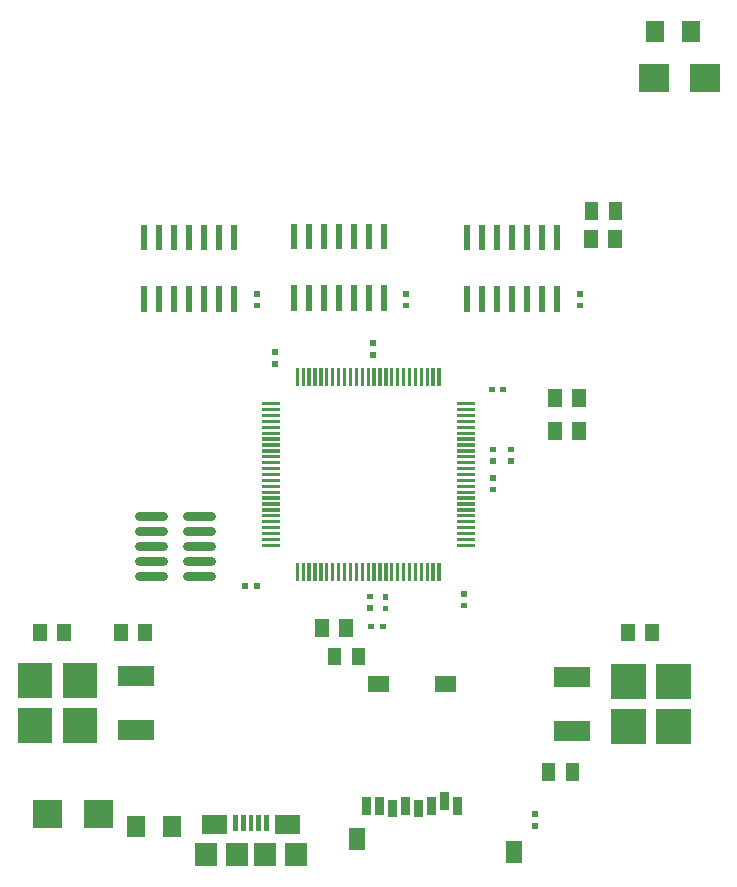
<source format=gtp>
G04 start of page 15 for group -4015 idx -4015 *
G04 Title: (unknown), toppaste *
G04 Creator: pcb 20110918 *
G04 CreationDate: Wed 26 Feb 2014 10:51:57 GMT UTC *
G04 For: michael *
G04 Format: Gerber/RS-274X *
G04 PCB-Dimensions: 275000 304000 *
G04 PCB-Coordinate-Origin: lower left *
%MOIN*%
%FSLAX25Y25*%
%LNTOPPASTE*%
%ADD158R,0.0906X0.0906*%
%ADD157R,0.0600X0.0600*%
%ADD156R,0.0110X0.0110*%
%ADD155C,0.0290*%
%ADD154R,0.0650X0.0650*%
%ADD153R,0.0551X0.0551*%
%ADD152R,0.0315X0.0315*%
%ADD151R,0.0709X0.0709*%
%ADD150R,0.0630X0.0630*%
%ADD149R,0.0158X0.0158*%
%ADD148C,0.0001*%
%ADD147R,0.0200X0.0200*%
%ADD146R,0.0450X0.0450*%
G54D146*X219200Y160400D02*Y159000D01*
X211200Y160400D02*Y159000D01*
G54D147*X154300Y227750D02*Y221250D01*
X149300Y227750D02*Y221250D01*
X144300Y227750D02*Y221250D01*
X139300Y227750D02*Y221250D01*
X134300Y227750D02*Y221250D01*
X129300Y227750D02*Y221250D01*
X124300Y227750D02*Y221250D01*
Y207250D02*Y200750D01*
X129300Y207250D02*Y200750D01*
X134300Y207250D02*Y200750D01*
X139300Y207250D02*Y200750D01*
X144300Y207250D02*Y200750D01*
X149300Y207250D02*Y200750D01*
X154300Y207250D02*Y200750D01*
G54D148*G36*
X203516Y29048D02*Y27079D01*
X205484D01*
Y29048D01*
X203516D01*
G37*
G36*
Y32984D02*Y31015D01*
X205484D01*
Y32984D01*
X203516D01*
G37*
G54D147*X212000Y227500D02*Y221000D01*
X207000Y227500D02*Y221000D01*
X202000Y227500D02*Y221000D01*
X197000Y227500D02*Y221000D01*
X192000Y227500D02*Y221000D01*
X187000Y227500D02*Y221000D01*
X182000Y227500D02*Y221000D01*
Y207000D02*Y200500D01*
X187000Y207000D02*Y200500D01*
X192000Y207000D02*Y200500D01*
X197000Y207000D02*Y200500D01*
X202000Y207000D02*Y200500D01*
X207000Y207000D02*Y200500D01*
X212000Y207000D02*Y200500D01*
X104200Y227350D02*Y220850D01*
X99200Y227350D02*Y220850D01*
X94200Y227350D02*Y220850D01*
X89200Y227350D02*Y220850D01*
X84200Y227350D02*Y220850D01*
X79200Y227350D02*Y220850D01*
X74200Y227350D02*Y220850D01*
Y206850D02*Y200350D01*
X79200Y206850D02*Y200350D01*
X84200Y206850D02*Y200350D01*
X89200Y206850D02*Y200350D01*
X94200Y206850D02*Y200350D01*
X99200Y206850D02*Y200350D01*
X104200Y206850D02*Y200350D01*
G54D146*X137641Y85178D02*Y83778D01*
X145641Y85178D02*Y83778D01*
X219159Y171422D02*Y170022D01*
X211159Y171422D02*Y170022D01*
X235500Y93200D02*Y91800D01*
X243500Y93200D02*Y91800D01*
G54D149*X109882Y30870D02*Y27130D01*
X115000Y30870D02*Y27130D01*
X104764Y30870D02*Y27130D01*
X112441Y30870D02*Y27130D01*
X107323Y30870D02*Y27130D01*
G54D150*X96693Y28508D02*X98661D01*
X121102D02*X123071D01*
G54D151*X94921Y18665D02*Y18271D01*
G54D148*G36*
X101417Y22208D02*Y14728D01*
X108897D01*
Y22208D01*
X101417D01*
G37*
G36*
X110866D02*Y14728D01*
X118346D01*
Y22208D01*
X110866D01*
G37*
G54D151*X124842Y18665D02*Y18271D01*
G54D146*X133600Y94600D02*Y93200D01*
X141600Y94600D02*Y93200D01*
G54D152*X178643Y36044D02*Y33288D01*
X174312Y37619D02*Y34863D01*
X169982Y36044D02*Y33288D01*
X165651Y35256D02*Y32500D01*
X161320Y36044D02*Y33288D01*
X156990Y35256D02*Y32500D01*
X152659Y36044D02*Y33288D01*
X148328Y36044D02*Y33288D01*
G54D153*X145179Y24626D02*Y22658D01*
X151478Y75414D02*X153053D01*
X173919D02*X175494D01*
X197541Y20296D02*Y18327D01*
G54D148*G36*
X32073Y82262D02*Y70762D01*
X43573D01*
Y82262D01*
X32073D01*
G37*
G36*
Y67262D02*Y55762D01*
X43573D01*
Y67262D01*
X32073D01*
G37*
G36*
X47073Y82262D02*Y70762D01*
X58573D01*
Y82262D01*
X47073D01*
G37*
G36*
Y67262D02*Y55762D01*
X58573D01*
Y67262D01*
X47073D01*
G37*
G54D154*X68823Y78012D02*X74323D01*
X68823Y60012D02*X74323D01*
G54D148*G36*
X245044Y66970D02*Y55470D01*
X256544D01*
Y66970D01*
X245044D01*
G37*
G36*
Y81970D02*Y70470D01*
X256544D01*
Y81970D01*
X245044D01*
G37*
G36*
X230044Y66970D02*Y55470D01*
X241544D01*
Y66970D01*
X230044D01*
G37*
G36*
Y81970D02*Y70470D01*
X241544D01*
Y81970D01*
X230044D01*
G37*
G54D154*X214294Y59720D02*X219794D01*
X214294Y77720D02*X219794D01*
G54D155*X88578Y111191D02*X96678D01*
X88578Y116191D02*X96678D01*
X88578Y121191D02*X96678D01*
X88578Y126191D02*X96678D01*
X88578Y131191D02*X96678D01*
X72578Y111191D02*X80678D01*
X72578Y116191D02*X80678D01*
X72578Y121191D02*X80678D01*
X72578Y126191D02*X80678D01*
X72578Y131191D02*X80678D01*
G54D156*X113933Y168800D02*X118831D01*
X113933Y166832D02*X118831D01*
X113933Y164863D02*X118831D01*
X113933Y162895D02*X118831D01*
X113933Y160926D02*X118831D01*
X113933Y158958D02*X118831D01*
X113933Y156989D02*X118831D01*
X113933Y155021D02*X118831D01*
X113933Y153052D02*X118831D01*
X113933Y151084D02*X118831D01*
X113933Y149115D02*X118831D01*
X113933Y147147D02*X118831D01*
X113933Y145178D02*X118831D01*
X113933Y143210D02*X118831D01*
X113933Y141241D02*X118831D01*
X113933Y139273D02*X118831D01*
X113933Y137304D02*X118831D01*
X113933Y135336D02*X118831D01*
X113933Y133367D02*X118831D01*
X113933Y131399D02*X118831D01*
X113933Y129430D02*X118831D01*
X113933Y127462D02*X118831D01*
X113933Y125493D02*X118831D01*
X113933Y123525D02*X118831D01*
X113933Y121556D02*X118831D01*
X125319Y115068D02*Y110170D01*
X127287Y115068D02*Y110170D01*
X129256Y115068D02*Y110170D01*
X131224Y115068D02*Y110170D01*
X133193Y115068D02*Y110170D01*
X135161Y115068D02*Y110170D01*
X137130Y115068D02*Y110170D01*
X139098Y115068D02*Y110170D01*
X141067Y115068D02*Y110170D01*
X143035Y115068D02*Y110170D01*
X145004Y115068D02*Y110170D01*
X146972Y115068D02*Y110170D01*
X148941Y115068D02*Y110170D01*
X150909Y115068D02*Y110170D01*
X152878Y115068D02*Y110170D01*
X154846Y115068D02*Y110170D01*
X156815Y115068D02*Y110170D01*
X158783Y115068D02*Y110170D01*
X160752Y115068D02*Y110170D01*
X162720Y115068D02*Y110170D01*
X164689Y115068D02*Y110170D01*
X166657Y115068D02*Y110170D01*
X168626Y115068D02*Y110170D01*
X170594Y115068D02*Y110170D01*
X172563Y115068D02*Y110170D01*
X179051Y121556D02*X183949D01*
X179051Y123524D02*X183949D01*
X179051Y125493D02*X183949D01*
X179051Y127461D02*X183949D01*
X179051Y129430D02*X183949D01*
X179051Y131398D02*X183949D01*
X179051Y133367D02*X183949D01*
X179051Y135335D02*X183949D01*
X179051Y137304D02*X183949D01*
X179051Y139272D02*X183949D01*
X179051Y141241D02*X183949D01*
X179051Y143209D02*X183949D01*
X179051Y145178D02*X183949D01*
X179051Y147146D02*X183949D01*
X179051Y149115D02*X183949D01*
X179051Y151083D02*X183949D01*
X179051Y153052D02*X183949D01*
X179051Y155020D02*X183949D01*
X179051Y156989D02*X183949D01*
X179051Y158957D02*X183949D01*
X179051Y160926D02*X183949D01*
X179051Y162894D02*X183949D01*
X179051Y164863D02*X183949D01*
X179051Y166831D02*X183949D01*
X179051Y168800D02*X183949D01*
X172563Y180186D02*Y175288D01*
X170595Y180186D02*Y175288D01*
X168626Y180186D02*Y175288D01*
X166658Y180186D02*Y175288D01*
X164689Y180186D02*Y175288D01*
X162721Y180186D02*Y175288D01*
X160752Y180186D02*Y175288D01*
X158784Y180186D02*Y175288D01*
X156815Y180186D02*Y175288D01*
X154847Y180186D02*Y175288D01*
X152878Y180186D02*Y175288D01*
X150910Y180186D02*Y175288D01*
X148941Y180186D02*Y175288D01*
X146973Y180186D02*Y175288D01*
X145004Y180186D02*Y175288D01*
X143036Y180186D02*Y175288D01*
X141067Y180186D02*Y175288D01*
X139099Y180186D02*Y175288D01*
X137130Y180186D02*Y175288D01*
X135162Y180186D02*Y175288D01*
X133193Y180186D02*Y175288D01*
X131225Y180186D02*Y175288D01*
X129256Y180186D02*Y175288D01*
X127288Y180186D02*Y175288D01*
X125319Y180186D02*Y175288D01*
G54D157*X83400Y28200D02*Y27200D01*
X71400Y28200D02*Y27200D01*
G54D158*X41677Y32000D02*X42464D01*
X58606D02*X59393D01*
G54D146*X209000Y46700D02*Y45300D01*
X217000Y46700D02*Y45300D01*
X223241Y224478D02*Y223078D01*
X231241Y224478D02*Y223078D01*
X223300Y233600D02*Y232200D01*
X231300Y233600D02*Y232200D01*
X47500Y93200D02*Y91800D01*
X39500Y93200D02*Y91800D01*
G54D148*G36*
X107016Y108984D02*Y107016D01*
X108984D01*
Y108984D01*
X107016D01*
G37*
G36*
X110953D02*Y107016D01*
X112921D01*
Y108984D01*
X110953D01*
G37*
G36*
X152952Y95484D02*Y93516D01*
X154922D01*
Y95484D01*
X152952D01*
G37*
G36*
X149016D02*Y93516D01*
X150984D01*
Y95484D01*
X149016D01*
G37*
G36*
X195516Y154484D02*Y152516D01*
X197484D01*
Y154484D01*
X195516D01*
G37*
G36*
Y150548D02*Y148578D01*
X197484D01*
Y150548D01*
X195516D01*
G37*
G36*
X153722Y101498D02*Y99528D01*
X155690D01*
Y101498D01*
X153722D01*
G37*
G36*
Y105434D02*Y103466D01*
X155690D01*
Y105434D01*
X153722D01*
G37*
G36*
X193016Y174484D02*Y172516D01*
X194984D01*
Y174484D01*
X193016D01*
G37*
G36*
X189078D02*Y172516D01*
X191048D01*
Y174484D01*
X189078D01*
G37*
G36*
X111016Y206422D02*Y204452D01*
X112984D01*
Y206422D01*
X111016D01*
G37*
G36*
Y202484D02*Y200516D01*
X112984D01*
Y202484D01*
X111016D01*
G37*
G36*
X218516Y206422D02*Y204452D01*
X220484D01*
Y206422D01*
X218516D01*
G37*
G36*
Y202484D02*Y200516D01*
X220484D01*
Y202484D01*
X218516D01*
G37*
G36*
X149516Y189922D02*Y187952D01*
X151484D01*
Y189922D01*
X149516D01*
G37*
G36*
Y185984D02*Y184016D01*
X151484D01*
Y185984D01*
X149516D01*
G37*
G36*
X148578Y101548D02*Y99578D01*
X150548D01*
Y101548D01*
X148578D01*
G37*
G36*
Y105484D02*Y103516D01*
X150548D01*
Y105484D01*
X148578D01*
G37*
G36*
X160516Y206422D02*Y204452D01*
X162484D01*
Y206422D01*
X160516D01*
G37*
G36*
Y202484D02*Y200516D01*
X162484D01*
Y202484D01*
X160516D01*
G37*
G54D146*X66500Y93200D02*Y91800D01*
X74500Y93200D02*Y91800D01*
G54D148*G36*
X117016Y186984D02*Y185016D01*
X118984D01*
Y186984D01*
X117016D01*
G37*
G36*
Y183048D02*Y181078D01*
X118984D01*
Y183048D01*
X117016D01*
G37*
G36*
X180016Y106421D02*Y104453D01*
X181984D01*
Y106421D01*
X180016D01*
G37*
G36*
Y102484D02*Y100516D01*
X181984D01*
Y102484D01*
X180016D01*
G37*
G36*
X189516Y154484D02*Y152516D01*
X191484D01*
Y154484D01*
X189516D01*
G37*
G36*
Y150548D02*Y148578D01*
X191484D01*
Y150548D01*
X189516D01*
G37*
G36*
X189508Y141178D02*Y139208D01*
X191478D01*
Y141178D01*
X189508D01*
G37*
G36*
Y145114D02*Y143146D01*
X191478D01*
Y145114D01*
X189508D01*
G37*
G54D158*X243877Y277329D02*X244664D01*
X260806D02*X261593D01*
G54D157*X244641Y293378D02*Y292378D01*
X256641Y293378D02*Y292378D01*
M02*

</source>
